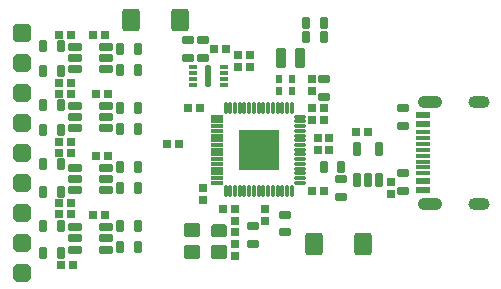
<source format=gts>
G04*
G04 #@! TF.GenerationSoftware,Altium Limited,Altium Designer,24.3.1 (35)*
G04*
G04 Layer_Color=8388736*
%FSLAX25Y25*%
%MOIN*%
G70*
G04*
G04 #@! TF.SameCoordinates,57CFF2C1-F6F0-495B-A43E-250286006A87*
G04*
G04*
G04 #@! TF.FilePolarity,Negative*
G04*
G01*
G75*
%ADD21R,0.04528X0.02362*%
%ADD22R,0.04528X0.01181*%
%ADD32R,0.02762X0.02762*%
G04:AMPARAMS|DCode=33|XSize=37.47mil|YSize=27.62mil|CornerRadius=4.36mil|HoleSize=0mil|Usage=FLASHONLY|Rotation=90.000|XOffset=0mil|YOffset=0mil|HoleType=Round|Shape=RoundedRectangle|*
%AMROUNDEDRECTD33*
21,1,0.03747,0.01890,0,0,90.0*
21,1,0.02874,0.02762,0,0,90.0*
1,1,0.00872,0.00945,0.01437*
1,1,0.00872,0.00945,-0.01437*
1,1,0.00872,-0.00945,-0.01437*
1,1,0.00872,-0.00945,0.01437*
%
%ADD33ROUNDEDRECTD33*%
G04:AMPARAMS|DCode=34|XSize=37.47mil|YSize=27.62mil|CornerRadius=4.36mil|HoleSize=0mil|Usage=FLASHONLY|Rotation=0.000|XOffset=0mil|YOffset=0mil|HoleType=Round|Shape=RoundedRectangle|*
%AMROUNDEDRECTD34*
21,1,0.03747,0.01890,0,0,0.0*
21,1,0.02874,0.02762,0,0,0.0*
1,1,0.00872,0.01437,-0.00945*
1,1,0.00872,-0.01437,-0.00945*
1,1,0.00872,-0.01437,0.00945*
1,1,0.00872,0.01437,0.00945*
%
%ADD34ROUNDEDRECTD34*%
%ADD35R,0.13786X0.13786*%
G04:AMPARAMS|DCode=36|XSize=11.87mil|YSize=39.43mil|CornerRadius=3.97mil|HoleSize=0mil|Usage=FLASHONLY|Rotation=0.000|XOffset=0mil|YOffset=0mil|HoleType=Round|Shape=RoundedRectangle|*
%AMROUNDEDRECTD36*
21,1,0.01187,0.03150,0,0,0.0*
21,1,0.00394,0.03943,0,0,0.0*
1,1,0.00794,0.00197,-0.01575*
1,1,0.00794,-0.00197,-0.01575*
1,1,0.00794,-0.00197,0.01575*
1,1,0.00794,0.00197,0.01575*
%
%ADD36ROUNDEDRECTD36*%
G04:AMPARAMS|DCode=37|XSize=11.87mil|YSize=39.43mil|CornerRadius=3.97mil|HoleSize=0mil|Usage=FLASHONLY|Rotation=90.000|XOffset=0mil|YOffset=0mil|HoleType=Round|Shape=RoundedRectangle|*
%AMROUNDEDRECTD37*
21,1,0.01187,0.03150,0,0,90.0*
21,1,0.00394,0.03943,0,0,90.0*
1,1,0.00794,0.01575,0.00197*
1,1,0.00794,0.01575,-0.00197*
1,1,0.00794,-0.01575,-0.00197*
1,1,0.00794,-0.01575,0.00197*
%
%ADD37ROUNDEDRECTD37*%
G04:AMPARAMS|DCode=38|XSize=15.75mil|YSize=43.31mil|CornerRadius=5.91mil|HoleSize=0mil|Usage=FLASHONLY|Rotation=90.000|XOffset=0mil|YOffset=0mil|HoleType=Round|Shape=RoundedRectangle|*
%AMROUNDEDRECTD38*
21,1,0.01575,0.03150,0,0,90.0*
21,1,0.00394,0.04331,0,0,90.0*
1,1,0.01181,0.01575,0.00197*
1,1,0.01181,0.01575,-0.00197*
1,1,0.01181,-0.01575,-0.00197*
1,1,0.01181,-0.01575,0.00197*
%
%ADD38ROUNDEDRECTD38*%
%ADD39R,0.04331X0.01575*%
G04:AMPARAMS|DCode=40|XSize=45.34mil|YSize=55.18mil|CornerRadius=8.2mil|HoleSize=0mil|Usage=FLASHONLY|Rotation=270.000|XOffset=0mil|YOffset=0mil|HoleType=Round|Shape=RoundedRectangle|*
%AMROUNDEDRECTD40*
21,1,0.04534,0.03878,0,0,270.0*
21,1,0.02894,0.05518,0,0,270.0*
1,1,0.01640,-0.01939,-0.01447*
1,1,0.01640,-0.01939,0.01447*
1,1,0.01640,0.01939,0.01447*
1,1,0.01640,0.01939,-0.01447*
%
%ADD40ROUNDEDRECTD40*%
%ADD41R,0.02762X0.02762*%
G04:AMPARAMS|DCode=42|XSize=35.5mil|YSize=66.99mil|CornerRadius=5.15mil|HoleSize=0mil|Usage=FLASHONLY|Rotation=180.000|XOffset=0mil|YOffset=0mil|HoleType=Round|Shape=RoundedRectangle|*
%AMROUNDEDRECTD42*
21,1,0.03550,0.05669,0,0,180.0*
21,1,0.02520,0.06699,0,0,180.0*
1,1,0.01030,-0.01260,0.02835*
1,1,0.01030,0.01260,0.02835*
1,1,0.01030,0.01260,-0.02835*
1,1,0.01030,-0.01260,-0.02835*
%
%ADD42ROUNDEDRECTD42*%
G04:AMPARAMS|DCode=43|XSize=15.75mil|YSize=27.56mil|CornerRadius=3.74mil|HoleSize=0mil|Usage=FLASHONLY|Rotation=90.000|XOffset=0mil|YOffset=0mil|HoleType=Round|Shape=RoundedRectangle|*
%AMROUNDEDRECTD43*
21,1,0.01575,0.02008,0,0,90.0*
21,1,0.00827,0.02756,0,0,90.0*
1,1,0.00748,0.01004,0.00413*
1,1,0.00748,0.01004,-0.00413*
1,1,0.00748,-0.01004,-0.00413*
1,1,0.00748,-0.01004,0.00413*
%
%ADD43ROUNDEDRECTD43*%
%ADD44R,0.02756X0.01575*%
G04:AMPARAMS|DCode=45|XSize=19.68mil|YSize=74.8mil|CornerRadius=4.33mil|HoleSize=0mil|Usage=FLASHONLY|Rotation=180.000|XOffset=0mil|YOffset=0mil|HoleType=Round|Shape=RoundedRectangle|*
%AMROUNDEDRECTD45*
21,1,0.01968,0.06614,0,0,180.0*
21,1,0.01102,0.07480,0,0,180.0*
1,1,0.00866,-0.00551,0.03307*
1,1,0.00866,0.00551,0.03307*
1,1,0.00866,0.00551,-0.03307*
1,1,0.00866,-0.00551,-0.03307*
%
%ADD45ROUNDEDRECTD45*%
G04:AMPARAMS|DCode=46|XSize=27.62mil|YSize=47.31mil|CornerRadius=6.72mil|HoleSize=0mil|Usage=FLASHONLY|Rotation=90.000|XOffset=0mil|YOffset=0mil|HoleType=Round|Shape=RoundedRectangle|*
%AMROUNDEDRECTD46*
21,1,0.02762,0.03386,0,0,90.0*
21,1,0.01417,0.04731,0,0,90.0*
1,1,0.01345,0.01693,0.00709*
1,1,0.01345,0.01693,-0.00709*
1,1,0.01345,-0.01693,-0.00709*
1,1,0.01345,-0.01693,0.00709*
%
%ADD46ROUNDEDRECTD46*%
%ADD47R,0.02368X0.02762*%
G04:AMPARAMS|DCode=48|XSize=27.62mil|YSize=47.31mil|CornerRadius=6.72mil|HoleSize=0mil|Usage=FLASHONLY|Rotation=180.000|XOffset=0mil|YOffset=0mil|HoleType=Round|Shape=RoundedRectangle|*
%AMROUNDEDRECTD48*
21,1,0.02762,0.03386,0,0,180.0*
21,1,0.01417,0.04731,0,0,180.0*
1,1,0.01345,-0.00709,0.01693*
1,1,0.01345,0.00709,0.01693*
1,1,0.01345,0.00709,-0.01693*
1,1,0.01345,-0.00709,-0.01693*
%
%ADD48ROUNDEDRECTD48*%
G04:AMPARAMS|DCode=49|XSize=74.87mil|YSize=57.15mil|CornerRadius=7.32mil|HoleSize=0mil|Usage=FLASHONLY|Rotation=270.000|XOffset=0mil|YOffset=0mil|HoleType=Round|Shape=RoundedRectangle|*
%AMROUNDEDRECTD49*
21,1,0.07487,0.04252,0,0,270.0*
21,1,0.06024,0.05715,0,0,270.0*
1,1,0.01463,-0.02126,-0.03012*
1,1,0.01463,-0.02126,0.03012*
1,1,0.01463,0.02126,0.03012*
1,1,0.01463,0.02126,-0.03012*
%
%ADD49ROUNDEDRECTD49*%
G04:AMPARAMS|DCode=50|XSize=39.37mil|YSize=82.68mil|CornerRadius=19.68mil|HoleSize=0mil|Usage=FLASHONLY|Rotation=90.000|XOffset=0mil|YOffset=0mil|HoleType=Round|Shape=RoundedRectangle|*
%AMROUNDEDRECTD50*
21,1,0.03937,0.04331,0,0,90.0*
21,1,0.00000,0.08268,0,0,90.0*
1,1,0.03937,0.02165,0.00000*
1,1,0.03937,0.02165,0.00000*
1,1,0.03937,-0.02165,0.00000*
1,1,0.03937,-0.02165,0.00000*
%
%ADD50ROUNDEDRECTD50*%
G04:AMPARAMS|DCode=51|XSize=39.37mil|YSize=70.87mil|CornerRadius=19.68mil|HoleSize=0mil|Usage=FLASHONLY|Rotation=90.000|XOffset=0mil|YOffset=0mil|HoleType=Round|Shape=RoundedRectangle|*
%AMROUNDEDRECTD51*
21,1,0.03937,0.03150,0,0,90.0*
21,1,0.00000,0.07087,0,0,90.0*
1,1,0.03937,0.01575,0.00000*
1,1,0.03937,0.01575,0.00000*
1,1,0.03937,-0.01575,0.00000*
1,1,0.03937,-0.01575,0.00000*
%
%ADD51ROUNDEDRECTD51*%
%ADD52C,0.00400*%
G04:AMPARAMS|DCode=53|XSize=63.06mil|YSize=63.06mil|CornerRadius=0mil|HoleSize=0mil|Usage=FLASHONLY|Rotation=270.000|XOffset=0mil|YOffset=0mil|HoleType=Round|Shape=Octagon|*
%AMOCTAGOND53*
4,1,8,-0.01576,-0.03153,0.01576,-0.03153,0.03153,-0.01576,0.03153,0.01576,0.01576,0.03153,-0.01576,0.03153,-0.03153,0.01576,-0.03153,-0.01576,-0.01576,-0.03153,0.0*
%
%ADD53OCTAGOND53*%

G04:AMPARAMS|DCode=54|XSize=63.06mil|YSize=63.06mil|CornerRadius=16.76mil|HoleSize=0mil|Usage=FLASHONLY|Rotation=270.000|XOffset=0mil|YOffset=0mil|HoleType=Round|Shape=RoundedRectangle|*
%AMROUNDEDRECTD54*
21,1,0.06306,0.02953,0,0,270.0*
21,1,0.02953,0.06306,0,0,270.0*
1,1,0.03353,-0.01476,-0.01476*
1,1,0.03353,-0.01476,0.01476*
1,1,0.03353,0.01476,0.01476*
1,1,0.03353,0.01476,-0.01476*
%
%ADD54ROUNDEDRECTD54*%
G36*
X79340Y31496D02*
X79378Y31485D01*
X79413Y31466D01*
X79430Y31453D01*
X79443Y31441D01*
X79443Y31441D01*
X80063Y30821D01*
X80088Y30791D01*
X80107Y30756D01*
X80118Y30718D01*
X80122Y30679D01*
Y27786D01*
X80122Y27785D01*
X80118Y27746D01*
X80107Y27709D01*
X80088Y27674D01*
X80075Y27657D01*
X80063Y27643D01*
X80063Y27643D01*
X79443Y27023D01*
X79413Y26998D01*
X79378Y26980D01*
X79340Y26968D01*
X79301Y26964D01*
X75423D01*
X75423Y26964D01*
X75384Y26968D01*
X75346Y26980D01*
X75312Y26998D01*
X75295Y27012D01*
X75281Y27023D01*
X75281Y27023D01*
X74661Y27643D01*
X74636Y27674D01*
X74617Y27709D01*
X74606Y27746D01*
X74602Y27785D01*
Y30679D01*
X74602Y30679D01*
X74606Y30718D01*
X74617Y30756D01*
X74636Y30791D01*
X74650Y30808D01*
X74661Y30821D01*
X74661Y30821D01*
X75281Y31441D01*
X75312Y31466D01*
X75346Y31485D01*
X75384Y31496D01*
X75423Y31500D01*
X79301D01*
X79301Y31500D01*
X79340Y31496D01*
D02*
G37*
D21*
X145315Y64567D02*
D03*
Y45669D02*
D03*
Y67716D02*
D03*
Y42520D02*
D03*
D22*
Y62008D02*
D03*
Y60039D02*
D03*
Y58071D02*
D03*
Y56102D02*
D03*
Y54134D02*
D03*
Y52165D02*
D03*
Y50197D02*
D03*
Y48228D02*
D03*
D32*
X24016Y94488D02*
D03*
X27953D02*
D03*
Y78347D02*
D03*
X24016D02*
D03*
Y74803D02*
D03*
X27953D02*
D03*
Y58661D02*
D03*
X24016D02*
D03*
Y55118D02*
D03*
X27953D02*
D03*
Y38189D02*
D03*
X24016D02*
D03*
Y34646D02*
D03*
X27953D02*
D03*
X28740Y17717D02*
D03*
X24803D02*
D03*
X39370Y34449D02*
D03*
X35433D02*
D03*
X40354Y54134D02*
D03*
X36417D02*
D03*
X40354Y74803D02*
D03*
X36417D02*
D03*
X70866Y69882D02*
D03*
X66929D02*
D03*
X39370Y94488D02*
D03*
X35433D02*
D03*
X123031Y62008D02*
D03*
X126969D02*
D03*
X110236Y60039D02*
D03*
X114173D02*
D03*
X79724Y89567D02*
D03*
X75787D02*
D03*
X63976Y58071D02*
D03*
X60039D02*
D03*
X82677Y36417D02*
D03*
X78740D02*
D03*
X108268Y42323D02*
D03*
X112205D02*
D03*
X108268Y65945D02*
D03*
X112205D02*
D03*
X110236Y56102D02*
D03*
X114173D02*
D03*
X108268Y69882D02*
D03*
X112205D02*
D03*
D33*
X44291Y82677D02*
D03*
X50197D02*
D03*
X24606Y90551D02*
D03*
X18701D02*
D03*
X44291Y89567D02*
D03*
X50197D02*
D03*
X24606Y70866D02*
D03*
X18701D02*
D03*
X44291Y62992D02*
D03*
X50197D02*
D03*
X24606Y82284D02*
D03*
X18701D02*
D03*
X44291Y69882D02*
D03*
X50197D02*
D03*
X24606Y62598D02*
D03*
X18701D02*
D03*
Y51181D02*
D03*
X24606D02*
D03*
X50197Y50197D02*
D03*
X44291D02*
D03*
X18701Y42126D02*
D03*
X24606D02*
D03*
X50197Y43307D02*
D03*
X44291D02*
D03*
X18701Y30512D02*
D03*
X24606D02*
D03*
X50197D02*
D03*
X44291D02*
D03*
X18701Y21654D02*
D03*
X24606D02*
D03*
X50197Y23622D02*
D03*
X44291D02*
D03*
X112205Y98425D02*
D03*
X106299D02*
D03*
Y93504D02*
D03*
X112205D02*
D03*
X118110Y50197D02*
D03*
X112205D02*
D03*
D34*
X88583Y30512D02*
D03*
Y24606D02*
D03*
X138779Y63976D02*
D03*
Y69882D02*
D03*
Y42323D02*
D03*
Y48228D02*
D03*
X112205Y73819D02*
D03*
Y79724D02*
D03*
X66929Y92520D02*
D03*
Y86614D02*
D03*
X71850Y92520D02*
D03*
Y86614D02*
D03*
X99410Y28543D02*
D03*
Y34449D02*
D03*
X118110Y40354D02*
D03*
Y46260D02*
D03*
D35*
X90551Y56102D02*
D03*
D36*
X79528Y69882D02*
D03*
X81102D02*
D03*
X82677D02*
D03*
X84252D02*
D03*
X85827D02*
D03*
X87402D02*
D03*
X88976D02*
D03*
X90551D02*
D03*
X92126D02*
D03*
X93701D02*
D03*
X95276D02*
D03*
X96850D02*
D03*
X98425D02*
D03*
X100000D02*
D03*
X101575D02*
D03*
Y42323D02*
D03*
X100000D02*
D03*
X98425D02*
D03*
X96850D02*
D03*
X95276D02*
D03*
X93701D02*
D03*
X92126D02*
D03*
X90551D02*
D03*
X88976D02*
D03*
X87402D02*
D03*
X85827D02*
D03*
X84252D02*
D03*
X82677D02*
D03*
X81102D02*
D03*
X79528D02*
D03*
D37*
X104331Y67126D02*
D03*
Y65551D02*
D03*
Y63976D02*
D03*
Y62402D02*
D03*
Y60827D02*
D03*
Y59252D02*
D03*
Y57677D02*
D03*
Y56102D02*
D03*
Y54527D02*
D03*
Y52953D02*
D03*
Y51378D02*
D03*
Y49803D02*
D03*
Y48228D02*
D03*
Y46654D02*
D03*
Y45079D02*
D03*
D38*
X76772D02*
D03*
Y46654D02*
D03*
Y48228D02*
D03*
Y49803D02*
D03*
Y51378D02*
D03*
Y52953D02*
D03*
Y54527D02*
D03*
Y56102D02*
D03*
Y57677D02*
D03*
Y59252D02*
D03*
Y60827D02*
D03*
Y62402D02*
D03*
Y63976D02*
D03*
Y65551D02*
D03*
D39*
Y67126D02*
D03*
D40*
X77362Y21949D02*
D03*
X68307D02*
D03*
Y29232D02*
D03*
D41*
X83661Y87598D02*
D03*
Y83661D02*
D03*
X87598D02*
D03*
Y87598D02*
D03*
X71850Y43307D02*
D03*
Y39370D02*
D03*
X108268Y75787D02*
D03*
Y79724D02*
D03*
X134843Y45276D02*
D03*
Y41339D02*
D03*
X82677Y24606D02*
D03*
Y20669D02*
D03*
Y28543D02*
D03*
Y32480D02*
D03*
X92520Y36417D02*
D03*
Y32480D02*
D03*
D42*
X104331Y86614D02*
D03*
X98032D02*
D03*
D43*
X78937Y77756D02*
D03*
Y79724D02*
D03*
Y81693D02*
D03*
Y83661D02*
D03*
X68701Y77756D02*
D03*
Y79724D02*
D03*
Y81693D02*
D03*
D44*
Y83661D02*
D03*
D45*
X73819Y80709D02*
D03*
D46*
X39567Y70669D02*
D03*
Y66929D02*
D03*
Y63189D02*
D03*
X29331D02*
D03*
Y66929D02*
D03*
Y70669D02*
D03*
X39567Y90354D02*
D03*
Y86614D02*
D03*
Y82874D02*
D03*
X29331D02*
D03*
Y86614D02*
D03*
Y90354D02*
D03*
Y30315D02*
D03*
Y26575D02*
D03*
Y22835D02*
D03*
X39567D02*
D03*
Y26575D02*
D03*
Y30315D02*
D03*
X29331Y50000D02*
D03*
Y46260D02*
D03*
Y42520D02*
D03*
X39567D02*
D03*
Y46260D02*
D03*
Y50000D02*
D03*
D47*
X97244Y79724D02*
D03*
X101575D02*
D03*
Y75787D02*
D03*
X97244D02*
D03*
D48*
X123228Y46063D02*
D03*
X126969D02*
D03*
X130709D02*
D03*
Y56299D02*
D03*
X123228D02*
D03*
D49*
X47933Y99410D02*
D03*
X64272D02*
D03*
X125295Y24606D02*
D03*
X108957D02*
D03*
D50*
X147579Y72126D02*
D03*
Y38110D02*
D03*
D51*
X164035Y72126D02*
D03*
Y38110D02*
D03*
D52*
X149547Y66496D02*
D03*
Y43740D02*
D03*
D53*
X11811Y25118D02*
D03*
Y35118D02*
D03*
Y55118D02*
D03*
Y65118D02*
D03*
Y75118D02*
D03*
Y85118D02*
D03*
Y45118D02*
D03*
Y15118D02*
D03*
D54*
Y95118D02*
D03*
M02*

</source>
